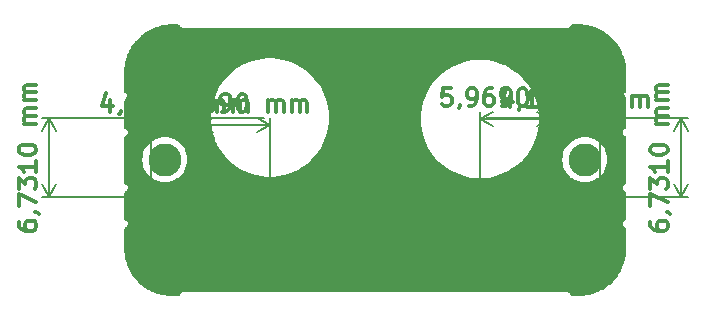
<source format=gbr>
%TF.GenerationSoftware,KiCad,Pcbnew,7.0.2*%
%TF.CreationDate,2023-05-24T14:07:00-03:00*%
%TF.ProjectId,Painel,5061696e-656c-42e6-9b69-6361645f7063,rev?*%
%TF.SameCoordinates,Original*%
%TF.FileFunction,Copper,L1,Top*%
%TF.FilePolarity,Positive*%
%FSLAX46Y46*%
G04 Gerber Fmt 4.6, Leading zero omitted, Abs format (unit mm)*
G04 Created by KiCad (PCBNEW 7.0.2) date 2023-05-24 14:07:00*
%MOMM*%
%LPD*%
G01*
G04 APERTURE LIST*
%ADD10C,0.300000*%
%TA.AperFunction,NonConductor*%
%ADD11C,0.300000*%
%TD*%
%TA.AperFunction,NonConductor*%
%ADD12C,0.200000*%
%TD*%
%TA.AperFunction,ViaPad*%
%ADD13C,2.800000*%
%TD*%
G04 APERTURE END LIST*
D10*
D11*
X154914399Y-98921028D02*
X154200113Y-98921028D01*
X154200113Y-98921028D02*
X154128685Y-99635314D01*
X154128685Y-99635314D02*
X154200113Y-99563885D01*
X154200113Y-99563885D02*
X154342971Y-99492457D01*
X154342971Y-99492457D02*
X154700113Y-99492457D01*
X154700113Y-99492457D02*
X154842971Y-99563885D01*
X154842971Y-99563885D02*
X154914399Y-99635314D01*
X154914399Y-99635314D02*
X154985828Y-99778171D01*
X154985828Y-99778171D02*
X154985828Y-100135314D01*
X154985828Y-100135314D02*
X154914399Y-100278171D01*
X154914399Y-100278171D02*
X154842971Y-100349600D01*
X154842971Y-100349600D02*
X154700113Y-100421028D01*
X154700113Y-100421028D02*
X154342971Y-100421028D01*
X154342971Y-100421028D02*
X154200113Y-100349600D01*
X154200113Y-100349600D02*
X154128685Y-100278171D01*
X155700113Y-100349600D02*
X155700113Y-100421028D01*
X155700113Y-100421028D02*
X155628684Y-100563885D01*
X155628684Y-100563885D02*
X155557256Y-100635314D01*
X156414399Y-100421028D02*
X156700113Y-100421028D01*
X156700113Y-100421028D02*
X156842970Y-100349600D01*
X156842970Y-100349600D02*
X156914399Y-100278171D01*
X156914399Y-100278171D02*
X157057256Y-100063885D01*
X157057256Y-100063885D02*
X157128685Y-99778171D01*
X157128685Y-99778171D02*
X157128685Y-99206742D01*
X157128685Y-99206742D02*
X157057256Y-99063885D01*
X157057256Y-99063885D02*
X156985828Y-98992457D01*
X156985828Y-98992457D02*
X156842970Y-98921028D01*
X156842970Y-98921028D02*
X156557256Y-98921028D01*
X156557256Y-98921028D02*
X156414399Y-98992457D01*
X156414399Y-98992457D02*
X156342970Y-99063885D01*
X156342970Y-99063885D02*
X156271542Y-99206742D01*
X156271542Y-99206742D02*
X156271542Y-99563885D01*
X156271542Y-99563885D02*
X156342970Y-99706742D01*
X156342970Y-99706742D02*
X156414399Y-99778171D01*
X156414399Y-99778171D02*
X156557256Y-99849600D01*
X156557256Y-99849600D02*
X156842970Y-99849600D01*
X156842970Y-99849600D02*
X156985828Y-99778171D01*
X156985828Y-99778171D02*
X157057256Y-99706742D01*
X157057256Y-99706742D02*
X157128685Y-99563885D01*
X158414399Y-98921028D02*
X158128684Y-98921028D01*
X158128684Y-98921028D02*
X157985827Y-98992457D01*
X157985827Y-98992457D02*
X157914399Y-99063885D01*
X157914399Y-99063885D02*
X157771541Y-99278171D01*
X157771541Y-99278171D02*
X157700113Y-99563885D01*
X157700113Y-99563885D02*
X157700113Y-100135314D01*
X157700113Y-100135314D02*
X157771541Y-100278171D01*
X157771541Y-100278171D02*
X157842970Y-100349600D01*
X157842970Y-100349600D02*
X157985827Y-100421028D01*
X157985827Y-100421028D02*
X158271541Y-100421028D01*
X158271541Y-100421028D02*
X158414399Y-100349600D01*
X158414399Y-100349600D02*
X158485827Y-100278171D01*
X158485827Y-100278171D02*
X158557256Y-100135314D01*
X158557256Y-100135314D02*
X158557256Y-99778171D01*
X158557256Y-99778171D02*
X158485827Y-99635314D01*
X158485827Y-99635314D02*
X158414399Y-99563885D01*
X158414399Y-99563885D02*
X158271541Y-99492457D01*
X158271541Y-99492457D02*
X157985827Y-99492457D01*
X157985827Y-99492457D02*
X157842970Y-99563885D01*
X157842970Y-99563885D02*
X157771541Y-99635314D01*
X157771541Y-99635314D02*
X157700113Y-99778171D01*
X159271541Y-100421028D02*
X159557255Y-100421028D01*
X159557255Y-100421028D02*
X159700112Y-100349600D01*
X159700112Y-100349600D02*
X159771541Y-100278171D01*
X159771541Y-100278171D02*
X159914398Y-100063885D01*
X159914398Y-100063885D02*
X159985827Y-99778171D01*
X159985827Y-99778171D02*
X159985827Y-99206742D01*
X159985827Y-99206742D02*
X159914398Y-99063885D01*
X159914398Y-99063885D02*
X159842970Y-98992457D01*
X159842970Y-98992457D02*
X159700112Y-98921028D01*
X159700112Y-98921028D02*
X159414398Y-98921028D01*
X159414398Y-98921028D02*
X159271541Y-98992457D01*
X159271541Y-98992457D02*
X159200112Y-99063885D01*
X159200112Y-99063885D02*
X159128684Y-99206742D01*
X159128684Y-99206742D02*
X159128684Y-99563885D01*
X159128684Y-99563885D02*
X159200112Y-99706742D01*
X159200112Y-99706742D02*
X159271541Y-99778171D01*
X159271541Y-99778171D02*
X159414398Y-99849600D01*
X159414398Y-99849600D02*
X159700112Y-99849600D01*
X159700112Y-99849600D02*
X159842970Y-99778171D01*
X159842970Y-99778171D02*
X159914398Y-99706742D01*
X159914398Y-99706742D02*
X159985827Y-99563885D01*
X160914398Y-98921028D02*
X161057255Y-98921028D01*
X161057255Y-98921028D02*
X161200112Y-98992457D01*
X161200112Y-98992457D02*
X161271541Y-99063885D01*
X161271541Y-99063885D02*
X161342969Y-99206742D01*
X161342969Y-99206742D02*
X161414398Y-99492457D01*
X161414398Y-99492457D02*
X161414398Y-99849600D01*
X161414398Y-99849600D02*
X161342969Y-100135314D01*
X161342969Y-100135314D02*
X161271541Y-100278171D01*
X161271541Y-100278171D02*
X161200112Y-100349600D01*
X161200112Y-100349600D02*
X161057255Y-100421028D01*
X161057255Y-100421028D02*
X160914398Y-100421028D01*
X160914398Y-100421028D02*
X160771541Y-100349600D01*
X160771541Y-100349600D02*
X160700112Y-100278171D01*
X160700112Y-100278171D02*
X160628683Y-100135314D01*
X160628683Y-100135314D02*
X160557255Y-99849600D01*
X160557255Y-99849600D02*
X160557255Y-99492457D01*
X160557255Y-99492457D02*
X160628683Y-99206742D01*
X160628683Y-99206742D02*
X160700112Y-99063885D01*
X160700112Y-99063885D02*
X160771541Y-98992457D01*
X160771541Y-98992457D02*
X160914398Y-98921028D01*
X163200111Y-100421028D02*
X163200111Y-99421028D01*
X163200111Y-99563885D02*
X163271540Y-99492457D01*
X163271540Y-99492457D02*
X163414397Y-99421028D01*
X163414397Y-99421028D02*
X163628683Y-99421028D01*
X163628683Y-99421028D02*
X163771540Y-99492457D01*
X163771540Y-99492457D02*
X163842969Y-99635314D01*
X163842969Y-99635314D02*
X163842969Y-100421028D01*
X163842969Y-99635314D02*
X163914397Y-99492457D01*
X163914397Y-99492457D02*
X164057254Y-99421028D01*
X164057254Y-99421028D02*
X164271540Y-99421028D01*
X164271540Y-99421028D02*
X164414397Y-99492457D01*
X164414397Y-99492457D02*
X164485826Y-99635314D01*
X164485826Y-99635314D02*
X164485826Y-100421028D01*
X165200111Y-100421028D02*
X165200111Y-99421028D01*
X165200111Y-99563885D02*
X165271540Y-99492457D01*
X165271540Y-99492457D02*
X165414397Y-99421028D01*
X165414397Y-99421028D02*
X165628683Y-99421028D01*
X165628683Y-99421028D02*
X165771540Y-99492457D01*
X165771540Y-99492457D02*
X165842969Y-99635314D01*
X165842969Y-99635314D02*
X165842969Y-100421028D01*
X165842969Y-99635314D02*
X165914397Y-99492457D01*
X165914397Y-99492457D02*
X166057254Y-99421028D01*
X166057254Y-99421028D02*
X166271540Y-99421028D01*
X166271540Y-99421028D02*
X166414397Y-99492457D01*
X166414397Y-99492457D02*
X166485826Y-99635314D01*
X166485826Y-99635314D02*
X166485826Y-100421028D01*
D12*
X163327470Y-107631100D02*
X163327470Y-100940680D01*
X157358470Y-107631100D02*
X157358470Y-100940680D01*
X163327470Y-101527100D02*
X157358470Y-101527100D01*
X163327470Y-101527100D02*
X157358470Y-101527100D01*
X163327470Y-101527100D02*
X162200966Y-102113521D01*
X163327470Y-101527100D02*
X162200966Y-100940679D01*
X157358470Y-101527100D02*
X158484974Y-100940679D01*
X157358470Y-101527100D02*
X158484974Y-102113521D01*
D10*
D11*
X131165399Y-99429028D02*
X130451113Y-99429028D01*
X130451113Y-99429028D02*
X130379685Y-100143314D01*
X130379685Y-100143314D02*
X130451113Y-100071885D01*
X130451113Y-100071885D02*
X130593971Y-100000457D01*
X130593971Y-100000457D02*
X130951113Y-100000457D01*
X130951113Y-100000457D02*
X131093971Y-100071885D01*
X131093971Y-100071885D02*
X131165399Y-100143314D01*
X131165399Y-100143314D02*
X131236828Y-100286171D01*
X131236828Y-100286171D02*
X131236828Y-100643314D01*
X131236828Y-100643314D02*
X131165399Y-100786171D01*
X131165399Y-100786171D02*
X131093971Y-100857600D01*
X131093971Y-100857600D02*
X130951113Y-100929028D01*
X130951113Y-100929028D02*
X130593971Y-100929028D01*
X130593971Y-100929028D02*
X130451113Y-100857600D01*
X130451113Y-100857600D02*
X130379685Y-100786171D01*
X131951113Y-100857600D02*
X131951113Y-100929028D01*
X131951113Y-100929028D02*
X131879684Y-101071885D01*
X131879684Y-101071885D02*
X131808256Y-101143314D01*
X132665399Y-100929028D02*
X132951113Y-100929028D01*
X132951113Y-100929028D02*
X133093970Y-100857600D01*
X133093970Y-100857600D02*
X133165399Y-100786171D01*
X133165399Y-100786171D02*
X133308256Y-100571885D01*
X133308256Y-100571885D02*
X133379685Y-100286171D01*
X133379685Y-100286171D02*
X133379685Y-99714742D01*
X133379685Y-99714742D02*
X133308256Y-99571885D01*
X133308256Y-99571885D02*
X133236828Y-99500457D01*
X133236828Y-99500457D02*
X133093970Y-99429028D01*
X133093970Y-99429028D02*
X132808256Y-99429028D01*
X132808256Y-99429028D02*
X132665399Y-99500457D01*
X132665399Y-99500457D02*
X132593970Y-99571885D01*
X132593970Y-99571885D02*
X132522542Y-99714742D01*
X132522542Y-99714742D02*
X132522542Y-100071885D01*
X132522542Y-100071885D02*
X132593970Y-100214742D01*
X132593970Y-100214742D02*
X132665399Y-100286171D01*
X132665399Y-100286171D02*
X132808256Y-100357600D01*
X132808256Y-100357600D02*
X133093970Y-100357600D01*
X133093970Y-100357600D02*
X133236828Y-100286171D01*
X133236828Y-100286171D02*
X133308256Y-100214742D01*
X133308256Y-100214742D02*
X133379685Y-100071885D01*
X134665399Y-99429028D02*
X134379684Y-99429028D01*
X134379684Y-99429028D02*
X134236827Y-99500457D01*
X134236827Y-99500457D02*
X134165399Y-99571885D01*
X134165399Y-99571885D02*
X134022541Y-99786171D01*
X134022541Y-99786171D02*
X133951113Y-100071885D01*
X133951113Y-100071885D02*
X133951113Y-100643314D01*
X133951113Y-100643314D02*
X134022541Y-100786171D01*
X134022541Y-100786171D02*
X134093970Y-100857600D01*
X134093970Y-100857600D02*
X134236827Y-100929028D01*
X134236827Y-100929028D02*
X134522541Y-100929028D01*
X134522541Y-100929028D02*
X134665399Y-100857600D01*
X134665399Y-100857600D02*
X134736827Y-100786171D01*
X134736827Y-100786171D02*
X134808256Y-100643314D01*
X134808256Y-100643314D02*
X134808256Y-100286171D01*
X134808256Y-100286171D02*
X134736827Y-100143314D01*
X134736827Y-100143314D02*
X134665399Y-100071885D01*
X134665399Y-100071885D02*
X134522541Y-100000457D01*
X134522541Y-100000457D02*
X134236827Y-100000457D01*
X134236827Y-100000457D02*
X134093970Y-100071885D01*
X134093970Y-100071885D02*
X134022541Y-100143314D01*
X134022541Y-100143314D02*
X133951113Y-100286171D01*
X135522541Y-100929028D02*
X135808255Y-100929028D01*
X135808255Y-100929028D02*
X135951112Y-100857600D01*
X135951112Y-100857600D02*
X136022541Y-100786171D01*
X136022541Y-100786171D02*
X136165398Y-100571885D01*
X136165398Y-100571885D02*
X136236827Y-100286171D01*
X136236827Y-100286171D02*
X136236827Y-99714742D01*
X136236827Y-99714742D02*
X136165398Y-99571885D01*
X136165398Y-99571885D02*
X136093970Y-99500457D01*
X136093970Y-99500457D02*
X135951112Y-99429028D01*
X135951112Y-99429028D02*
X135665398Y-99429028D01*
X135665398Y-99429028D02*
X135522541Y-99500457D01*
X135522541Y-99500457D02*
X135451112Y-99571885D01*
X135451112Y-99571885D02*
X135379684Y-99714742D01*
X135379684Y-99714742D02*
X135379684Y-100071885D01*
X135379684Y-100071885D02*
X135451112Y-100214742D01*
X135451112Y-100214742D02*
X135522541Y-100286171D01*
X135522541Y-100286171D02*
X135665398Y-100357600D01*
X135665398Y-100357600D02*
X135951112Y-100357600D01*
X135951112Y-100357600D02*
X136093970Y-100286171D01*
X136093970Y-100286171D02*
X136165398Y-100214742D01*
X136165398Y-100214742D02*
X136236827Y-100071885D01*
X137165398Y-99429028D02*
X137308255Y-99429028D01*
X137308255Y-99429028D02*
X137451112Y-99500457D01*
X137451112Y-99500457D02*
X137522541Y-99571885D01*
X137522541Y-99571885D02*
X137593969Y-99714742D01*
X137593969Y-99714742D02*
X137665398Y-100000457D01*
X137665398Y-100000457D02*
X137665398Y-100357600D01*
X137665398Y-100357600D02*
X137593969Y-100643314D01*
X137593969Y-100643314D02*
X137522541Y-100786171D01*
X137522541Y-100786171D02*
X137451112Y-100857600D01*
X137451112Y-100857600D02*
X137308255Y-100929028D01*
X137308255Y-100929028D02*
X137165398Y-100929028D01*
X137165398Y-100929028D02*
X137022541Y-100857600D01*
X137022541Y-100857600D02*
X136951112Y-100786171D01*
X136951112Y-100786171D02*
X136879683Y-100643314D01*
X136879683Y-100643314D02*
X136808255Y-100357600D01*
X136808255Y-100357600D02*
X136808255Y-100000457D01*
X136808255Y-100000457D02*
X136879683Y-99714742D01*
X136879683Y-99714742D02*
X136951112Y-99571885D01*
X136951112Y-99571885D02*
X137022541Y-99500457D01*
X137022541Y-99500457D02*
X137165398Y-99429028D01*
X139451111Y-100929028D02*
X139451111Y-99929028D01*
X139451111Y-100071885D02*
X139522540Y-100000457D01*
X139522540Y-100000457D02*
X139665397Y-99929028D01*
X139665397Y-99929028D02*
X139879683Y-99929028D01*
X139879683Y-99929028D02*
X140022540Y-100000457D01*
X140022540Y-100000457D02*
X140093969Y-100143314D01*
X140093969Y-100143314D02*
X140093969Y-100929028D01*
X140093969Y-100143314D02*
X140165397Y-100000457D01*
X140165397Y-100000457D02*
X140308254Y-99929028D01*
X140308254Y-99929028D02*
X140522540Y-99929028D01*
X140522540Y-99929028D02*
X140665397Y-100000457D01*
X140665397Y-100000457D02*
X140736826Y-100143314D01*
X140736826Y-100143314D02*
X140736826Y-100929028D01*
X141451111Y-100929028D02*
X141451111Y-99929028D01*
X141451111Y-100071885D02*
X141522540Y-100000457D01*
X141522540Y-100000457D02*
X141665397Y-99929028D01*
X141665397Y-99929028D02*
X141879683Y-99929028D01*
X141879683Y-99929028D02*
X142022540Y-100000457D01*
X142022540Y-100000457D02*
X142093969Y-100143314D01*
X142093969Y-100143314D02*
X142093969Y-100929028D01*
X142093969Y-100143314D02*
X142165397Y-100000457D01*
X142165397Y-100000457D02*
X142308254Y-99929028D01*
X142308254Y-99929028D02*
X142522540Y-99929028D01*
X142522540Y-99929028D02*
X142665397Y-100000457D01*
X142665397Y-100000457D02*
X142736826Y-100143314D01*
X142736826Y-100143314D02*
X142736826Y-100929028D01*
D12*
X133609470Y-107631100D02*
X133609470Y-101448680D01*
X139578470Y-107631100D02*
X139578470Y-101448680D01*
X133609470Y-102035100D02*
X139578470Y-102035100D01*
X133609470Y-102035100D02*
X139578470Y-102035100D01*
X133609470Y-102035100D02*
X134735974Y-101448679D01*
X133609470Y-102035100D02*
X134735974Y-102621521D01*
X139578470Y-102035100D02*
X138451966Y-102621521D01*
X139578470Y-102035100D02*
X138451966Y-101448679D01*
D10*
D11*
X126077471Y-99929028D02*
X126077471Y-100929028D01*
X125720328Y-99357600D02*
X125363185Y-100429028D01*
X125363185Y-100429028D02*
X126291756Y-100429028D01*
X126934613Y-100857600D02*
X126934613Y-100929028D01*
X126934613Y-100929028D02*
X126863184Y-101071885D01*
X126863184Y-101071885D02*
X126791756Y-101143314D01*
X127863185Y-99429028D02*
X128006042Y-99429028D01*
X128006042Y-99429028D02*
X128148899Y-99500457D01*
X128148899Y-99500457D02*
X128220328Y-99571885D01*
X128220328Y-99571885D02*
X128291756Y-99714742D01*
X128291756Y-99714742D02*
X128363185Y-100000457D01*
X128363185Y-100000457D02*
X128363185Y-100357600D01*
X128363185Y-100357600D02*
X128291756Y-100643314D01*
X128291756Y-100643314D02*
X128220328Y-100786171D01*
X128220328Y-100786171D02*
X128148899Y-100857600D01*
X128148899Y-100857600D02*
X128006042Y-100929028D01*
X128006042Y-100929028D02*
X127863185Y-100929028D01*
X127863185Y-100929028D02*
X127720328Y-100857600D01*
X127720328Y-100857600D02*
X127648899Y-100786171D01*
X127648899Y-100786171D02*
X127577470Y-100643314D01*
X127577470Y-100643314D02*
X127506042Y-100357600D01*
X127506042Y-100357600D02*
X127506042Y-100000457D01*
X127506042Y-100000457D02*
X127577470Y-99714742D01*
X127577470Y-99714742D02*
X127648899Y-99571885D01*
X127648899Y-99571885D02*
X127720328Y-99500457D01*
X127720328Y-99500457D02*
X127863185Y-99429028D01*
X129648899Y-99429028D02*
X129363184Y-99429028D01*
X129363184Y-99429028D02*
X129220327Y-99500457D01*
X129220327Y-99500457D02*
X129148899Y-99571885D01*
X129148899Y-99571885D02*
X129006041Y-99786171D01*
X129006041Y-99786171D02*
X128934613Y-100071885D01*
X128934613Y-100071885D02*
X128934613Y-100643314D01*
X128934613Y-100643314D02*
X129006041Y-100786171D01*
X129006041Y-100786171D02*
X129077470Y-100857600D01*
X129077470Y-100857600D02*
X129220327Y-100929028D01*
X129220327Y-100929028D02*
X129506041Y-100929028D01*
X129506041Y-100929028D02*
X129648899Y-100857600D01*
X129648899Y-100857600D02*
X129720327Y-100786171D01*
X129720327Y-100786171D02*
X129791756Y-100643314D01*
X129791756Y-100643314D02*
X129791756Y-100286171D01*
X129791756Y-100286171D02*
X129720327Y-100143314D01*
X129720327Y-100143314D02*
X129648899Y-100071885D01*
X129648899Y-100071885D02*
X129506041Y-100000457D01*
X129506041Y-100000457D02*
X129220327Y-100000457D01*
X129220327Y-100000457D02*
X129077470Y-100071885D01*
X129077470Y-100071885D02*
X129006041Y-100143314D01*
X129006041Y-100143314D02*
X128934613Y-100286171D01*
X131077470Y-99929028D02*
X131077470Y-100929028D01*
X130720327Y-99357600D02*
X130363184Y-100429028D01*
X130363184Y-100429028D02*
X131291755Y-100429028D01*
X132148898Y-99429028D02*
X132291755Y-99429028D01*
X132291755Y-99429028D02*
X132434612Y-99500457D01*
X132434612Y-99500457D02*
X132506041Y-99571885D01*
X132506041Y-99571885D02*
X132577469Y-99714742D01*
X132577469Y-99714742D02*
X132648898Y-100000457D01*
X132648898Y-100000457D02*
X132648898Y-100357600D01*
X132648898Y-100357600D02*
X132577469Y-100643314D01*
X132577469Y-100643314D02*
X132506041Y-100786171D01*
X132506041Y-100786171D02*
X132434612Y-100857600D01*
X132434612Y-100857600D02*
X132291755Y-100929028D01*
X132291755Y-100929028D02*
X132148898Y-100929028D01*
X132148898Y-100929028D02*
X132006041Y-100857600D01*
X132006041Y-100857600D02*
X131934612Y-100786171D01*
X131934612Y-100786171D02*
X131863183Y-100643314D01*
X131863183Y-100643314D02*
X131791755Y-100357600D01*
X131791755Y-100357600D02*
X131791755Y-100000457D01*
X131791755Y-100000457D02*
X131863183Y-99714742D01*
X131863183Y-99714742D02*
X131934612Y-99571885D01*
X131934612Y-99571885D02*
X132006041Y-99500457D01*
X132006041Y-99500457D02*
X132148898Y-99429028D01*
X134434611Y-100929028D02*
X134434611Y-99929028D01*
X134434611Y-100071885D02*
X134506040Y-100000457D01*
X134506040Y-100000457D02*
X134648897Y-99929028D01*
X134648897Y-99929028D02*
X134863183Y-99929028D01*
X134863183Y-99929028D02*
X135006040Y-100000457D01*
X135006040Y-100000457D02*
X135077469Y-100143314D01*
X135077469Y-100143314D02*
X135077469Y-100929028D01*
X135077469Y-100143314D02*
X135148897Y-100000457D01*
X135148897Y-100000457D02*
X135291754Y-99929028D01*
X135291754Y-99929028D02*
X135506040Y-99929028D01*
X135506040Y-99929028D02*
X135648897Y-100000457D01*
X135648897Y-100000457D02*
X135720326Y-100143314D01*
X135720326Y-100143314D02*
X135720326Y-100929028D01*
X136434611Y-100929028D02*
X136434611Y-99929028D01*
X136434611Y-100071885D02*
X136506040Y-100000457D01*
X136506040Y-100000457D02*
X136648897Y-99929028D01*
X136648897Y-99929028D02*
X136863183Y-99929028D01*
X136863183Y-99929028D02*
X137006040Y-100000457D01*
X137006040Y-100000457D02*
X137077469Y-100143314D01*
X137077469Y-100143314D02*
X137077469Y-100929028D01*
X137077469Y-100143314D02*
X137148897Y-100000457D01*
X137148897Y-100000457D02*
X137291754Y-99929028D01*
X137291754Y-99929028D02*
X137506040Y-99929028D01*
X137506040Y-99929028D02*
X137648897Y-100000457D01*
X137648897Y-100000457D02*
X137720326Y-100143314D01*
X137720326Y-100143314D02*
X137720326Y-100929028D01*
D12*
X129545470Y-107631100D02*
X129545470Y-101448680D01*
X133609470Y-107631100D02*
X133609470Y-101448680D01*
X129545470Y-102035100D02*
X133609470Y-102035100D01*
X129545470Y-102035100D02*
X133609470Y-102035100D01*
X129545470Y-102035100D02*
X130671974Y-101448679D01*
X129545470Y-102035100D02*
X130671974Y-102621521D01*
X133609470Y-102035100D02*
X132482966Y-102621521D01*
X133609470Y-102035100D02*
X132482966Y-101448679D01*
D10*
D11*
X171770398Y-110265599D02*
X171770398Y-110551313D01*
X171770398Y-110551313D02*
X171841827Y-110694170D01*
X171841827Y-110694170D02*
X171913255Y-110765599D01*
X171913255Y-110765599D02*
X172127541Y-110908456D01*
X172127541Y-110908456D02*
X172413255Y-110979884D01*
X172413255Y-110979884D02*
X172984684Y-110979884D01*
X172984684Y-110979884D02*
X173127541Y-110908456D01*
X173127541Y-110908456D02*
X173198970Y-110837027D01*
X173198970Y-110837027D02*
X173270398Y-110694170D01*
X173270398Y-110694170D02*
X173270398Y-110408456D01*
X173270398Y-110408456D02*
X173198970Y-110265599D01*
X173198970Y-110265599D02*
X173127541Y-110194170D01*
X173127541Y-110194170D02*
X172984684Y-110122741D01*
X172984684Y-110122741D02*
X172627541Y-110122741D01*
X172627541Y-110122741D02*
X172484684Y-110194170D01*
X172484684Y-110194170D02*
X172413255Y-110265599D01*
X172413255Y-110265599D02*
X172341827Y-110408456D01*
X172341827Y-110408456D02*
X172341827Y-110694170D01*
X172341827Y-110694170D02*
X172413255Y-110837027D01*
X172413255Y-110837027D02*
X172484684Y-110908456D01*
X172484684Y-110908456D02*
X172627541Y-110979884D01*
X173198970Y-109408456D02*
X173270398Y-109408456D01*
X173270398Y-109408456D02*
X173413255Y-109479885D01*
X173413255Y-109479885D02*
X173484684Y-109551313D01*
X171770398Y-108908456D02*
X171770398Y-107908456D01*
X171770398Y-107908456D02*
X173270398Y-108551313D01*
X171770398Y-107479885D02*
X171770398Y-106551313D01*
X171770398Y-106551313D02*
X172341827Y-107051313D01*
X172341827Y-107051313D02*
X172341827Y-106837028D01*
X172341827Y-106837028D02*
X172413255Y-106694171D01*
X172413255Y-106694171D02*
X172484684Y-106622742D01*
X172484684Y-106622742D02*
X172627541Y-106551313D01*
X172627541Y-106551313D02*
X172984684Y-106551313D01*
X172984684Y-106551313D02*
X173127541Y-106622742D01*
X173127541Y-106622742D02*
X173198970Y-106694171D01*
X173198970Y-106694171D02*
X173270398Y-106837028D01*
X173270398Y-106837028D02*
X173270398Y-107265599D01*
X173270398Y-107265599D02*
X173198970Y-107408456D01*
X173198970Y-107408456D02*
X173127541Y-107479885D01*
X173270398Y-105122742D02*
X173270398Y-105979885D01*
X173270398Y-105551314D02*
X171770398Y-105551314D01*
X171770398Y-105551314D02*
X171984684Y-105694171D01*
X171984684Y-105694171D02*
X172127541Y-105837028D01*
X172127541Y-105837028D02*
X172198970Y-105979885D01*
X171770398Y-104194171D02*
X171770398Y-104051314D01*
X171770398Y-104051314D02*
X171841827Y-103908457D01*
X171841827Y-103908457D02*
X171913255Y-103837029D01*
X171913255Y-103837029D02*
X172056112Y-103765600D01*
X172056112Y-103765600D02*
X172341827Y-103694171D01*
X172341827Y-103694171D02*
X172698970Y-103694171D01*
X172698970Y-103694171D02*
X172984684Y-103765600D01*
X172984684Y-103765600D02*
X173127541Y-103837029D01*
X173127541Y-103837029D02*
X173198970Y-103908457D01*
X173198970Y-103908457D02*
X173270398Y-104051314D01*
X173270398Y-104051314D02*
X173270398Y-104194171D01*
X173270398Y-104194171D02*
X173198970Y-104337029D01*
X173198970Y-104337029D02*
X173127541Y-104408457D01*
X173127541Y-104408457D02*
X172984684Y-104479886D01*
X172984684Y-104479886D02*
X172698970Y-104551314D01*
X172698970Y-104551314D02*
X172341827Y-104551314D01*
X172341827Y-104551314D02*
X172056112Y-104479886D01*
X172056112Y-104479886D02*
X171913255Y-104408457D01*
X171913255Y-104408457D02*
X171841827Y-104337029D01*
X171841827Y-104337029D02*
X171770398Y-104194171D01*
X173270398Y-101908458D02*
X172270398Y-101908458D01*
X172413255Y-101908458D02*
X172341827Y-101837029D01*
X172341827Y-101837029D02*
X172270398Y-101694172D01*
X172270398Y-101694172D02*
X172270398Y-101479886D01*
X172270398Y-101479886D02*
X172341827Y-101337029D01*
X172341827Y-101337029D02*
X172484684Y-101265601D01*
X172484684Y-101265601D02*
X173270398Y-101265601D01*
X172484684Y-101265601D02*
X172341827Y-101194172D01*
X172341827Y-101194172D02*
X172270398Y-101051315D01*
X172270398Y-101051315D02*
X172270398Y-100837029D01*
X172270398Y-100837029D02*
X172341827Y-100694172D01*
X172341827Y-100694172D02*
X172484684Y-100622743D01*
X172484684Y-100622743D02*
X173270398Y-100622743D01*
X173270398Y-99908458D02*
X172270398Y-99908458D01*
X172413255Y-99908458D02*
X172341827Y-99837029D01*
X172341827Y-99837029D02*
X172270398Y-99694172D01*
X172270398Y-99694172D02*
X172270398Y-99479886D01*
X172270398Y-99479886D02*
X172341827Y-99337029D01*
X172341827Y-99337029D02*
X172484684Y-99265601D01*
X172484684Y-99265601D02*
X173270398Y-99265601D01*
X172484684Y-99265601D02*
X172341827Y-99194172D01*
X172341827Y-99194172D02*
X172270398Y-99051315D01*
X172270398Y-99051315D02*
X172270398Y-98837029D01*
X172270398Y-98837029D02*
X172341827Y-98694172D01*
X172341827Y-98694172D02*
X172484684Y-98622743D01*
X172484684Y-98622743D02*
X173270398Y-98622743D01*
D12*
X157858470Y-108131100D02*
X174962890Y-108131100D01*
X157858470Y-101400100D02*
X174962890Y-101400100D01*
X174376470Y-108131100D02*
X174376470Y-101400100D01*
X174376470Y-108131100D02*
X174376470Y-101400100D01*
X174376470Y-108131100D02*
X173790049Y-107004596D01*
X174376470Y-108131100D02*
X174962891Y-107004596D01*
X174376470Y-101400100D02*
X174962891Y-102526604D01*
X174376470Y-101400100D02*
X173790049Y-102526604D01*
D10*
D11*
X159922971Y-99548028D02*
X159922971Y-100548028D01*
X159565828Y-98976600D02*
X159208685Y-100048028D01*
X159208685Y-100048028D02*
X160137256Y-100048028D01*
X160780113Y-100476600D02*
X160780113Y-100548028D01*
X160780113Y-100548028D02*
X160708684Y-100690885D01*
X160708684Y-100690885D02*
X160637256Y-100762314D01*
X162208685Y-100548028D02*
X161351542Y-100548028D01*
X161780113Y-100548028D02*
X161780113Y-99048028D01*
X161780113Y-99048028D02*
X161637256Y-99262314D01*
X161637256Y-99262314D02*
X161494399Y-99405171D01*
X161494399Y-99405171D02*
X161351542Y-99476600D01*
X162922970Y-100548028D02*
X163208684Y-100548028D01*
X163208684Y-100548028D02*
X163351541Y-100476600D01*
X163351541Y-100476600D02*
X163422970Y-100405171D01*
X163422970Y-100405171D02*
X163565827Y-100190885D01*
X163565827Y-100190885D02*
X163637256Y-99905171D01*
X163637256Y-99905171D02*
X163637256Y-99333742D01*
X163637256Y-99333742D02*
X163565827Y-99190885D01*
X163565827Y-99190885D02*
X163494399Y-99119457D01*
X163494399Y-99119457D02*
X163351541Y-99048028D01*
X163351541Y-99048028D02*
X163065827Y-99048028D01*
X163065827Y-99048028D02*
X162922970Y-99119457D01*
X162922970Y-99119457D02*
X162851541Y-99190885D01*
X162851541Y-99190885D02*
X162780113Y-99333742D01*
X162780113Y-99333742D02*
X162780113Y-99690885D01*
X162780113Y-99690885D02*
X162851541Y-99833742D01*
X162851541Y-99833742D02*
X162922970Y-99905171D01*
X162922970Y-99905171D02*
X163065827Y-99976600D01*
X163065827Y-99976600D02*
X163351541Y-99976600D01*
X163351541Y-99976600D02*
X163494399Y-99905171D01*
X163494399Y-99905171D02*
X163565827Y-99833742D01*
X163565827Y-99833742D02*
X163637256Y-99690885D01*
X165065827Y-100548028D02*
X164208684Y-100548028D01*
X164637255Y-100548028D02*
X164637255Y-99048028D01*
X164637255Y-99048028D02*
X164494398Y-99262314D01*
X164494398Y-99262314D02*
X164351541Y-99405171D01*
X164351541Y-99405171D02*
X164208684Y-99476600D01*
X165994398Y-99048028D02*
X166137255Y-99048028D01*
X166137255Y-99048028D02*
X166280112Y-99119457D01*
X166280112Y-99119457D02*
X166351541Y-99190885D01*
X166351541Y-99190885D02*
X166422969Y-99333742D01*
X166422969Y-99333742D02*
X166494398Y-99619457D01*
X166494398Y-99619457D02*
X166494398Y-99976600D01*
X166494398Y-99976600D02*
X166422969Y-100262314D01*
X166422969Y-100262314D02*
X166351541Y-100405171D01*
X166351541Y-100405171D02*
X166280112Y-100476600D01*
X166280112Y-100476600D02*
X166137255Y-100548028D01*
X166137255Y-100548028D02*
X165994398Y-100548028D01*
X165994398Y-100548028D02*
X165851541Y-100476600D01*
X165851541Y-100476600D02*
X165780112Y-100405171D01*
X165780112Y-100405171D02*
X165708683Y-100262314D01*
X165708683Y-100262314D02*
X165637255Y-99976600D01*
X165637255Y-99976600D02*
X165637255Y-99619457D01*
X165637255Y-99619457D02*
X165708683Y-99333742D01*
X165708683Y-99333742D02*
X165780112Y-99190885D01*
X165780112Y-99190885D02*
X165851541Y-99119457D01*
X165851541Y-99119457D02*
X165994398Y-99048028D01*
X168280111Y-100548028D02*
X168280111Y-99548028D01*
X168280111Y-99690885D02*
X168351540Y-99619457D01*
X168351540Y-99619457D02*
X168494397Y-99548028D01*
X168494397Y-99548028D02*
X168708683Y-99548028D01*
X168708683Y-99548028D02*
X168851540Y-99619457D01*
X168851540Y-99619457D02*
X168922969Y-99762314D01*
X168922969Y-99762314D02*
X168922969Y-100548028D01*
X168922969Y-99762314D02*
X168994397Y-99619457D01*
X168994397Y-99619457D02*
X169137254Y-99548028D01*
X169137254Y-99548028D02*
X169351540Y-99548028D01*
X169351540Y-99548028D02*
X169494397Y-99619457D01*
X169494397Y-99619457D02*
X169565826Y-99762314D01*
X169565826Y-99762314D02*
X169565826Y-100548028D01*
X170280111Y-100548028D02*
X170280111Y-99548028D01*
X170280111Y-99690885D02*
X170351540Y-99619457D01*
X170351540Y-99619457D02*
X170494397Y-99548028D01*
X170494397Y-99548028D02*
X170708683Y-99548028D01*
X170708683Y-99548028D02*
X170851540Y-99619457D01*
X170851540Y-99619457D02*
X170922969Y-99762314D01*
X170922969Y-99762314D02*
X170922969Y-100548028D01*
X170922969Y-99762314D02*
X170994397Y-99619457D01*
X170994397Y-99619457D02*
X171137254Y-99548028D01*
X171137254Y-99548028D02*
X171351540Y-99548028D01*
X171351540Y-99548028D02*
X171494397Y-99619457D01*
X171494397Y-99619457D02*
X171565826Y-99762314D01*
X171565826Y-99762314D02*
X171565826Y-100548028D01*
D12*
X167518470Y-107631100D02*
X167518470Y-101067680D01*
X163327470Y-107631100D02*
X163327470Y-101067680D01*
X167518470Y-101654100D02*
X163327470Y-101654100D01*
X167518470Y-101654100D02*
X163327470Y-101654100D01*
X167518470Y-101654100D02*
X166391966Y-102240521D01*
X167518470Y-101654100D02*
X166391966Y-101067679D01*
X163327470Y-101654100D02*
X164453974Y-101067679D01*
X163327470Y-101654100D02*
X164453974Y-102240521D01*
D10*
D11*
X118303398Y-110265599D02*
X118303398Y-110551313D01*
X118303398Y-110551313D02*
X118374827Y-110694170D01*
X118374827Y-110694170D02*
X118446255Y-110765599D01*
X118446255Y-110765599D02*
X118660541Y-110908456D01*
X118660541Y-110908456D02*
X118946255Y-110979884D01*
X118946255Y-110979884D02*
X119517684Y-110979884D01*
X119517684Y-110979884D02*
X119660541Y-110908456D01*
X119660541Y-110908456D02*
X119731970Y-110837027D01*
X119731970Y-110837027D02*
X119803398Y-110694170D01*
X119803398Y-110694170D02*
X119803398Y-110408456D01*
X119803398Y-110408456D02*
X119731970Y-110265599D01*
X119731970Y-110265599D02*
X119660541Y-110194170D01*
X119660541Y-110194170D02*
X119517684Y-110122741D01*
X119517684Y-110122741D02*
X119160541Y-110122741D01*
X119160541Y-110122741D02*
X119017684Y-110194170D01*
X119017684Y-110194170D02*
X118946255Y-110265599D01*
X118946255Y-110265599D02*
X118874827Y-110408456D01*
X118874827Y-110408456D02*
X118874827Y-110694170D01*
X118874827Y-110694170D02*
X118946255Y-110837027D01*
X118946255Y-110837027D02*
X119017684Y-110908456D01*
X119017684Y-110908456D02*
X119160541Y-110979884D01*
X119731970Y-109408456D02*
X119803398Y-109408456D01*
X119803398Y-109408456D02*
X119946255Y-109479885D01*
X119946255Y-109479885D02*
X120017684Y-109551313D01*
X118303398Y-108908456D02*
X118303398Y-107908456D01*
X118303398Y-107908456D02*
X119803398Y-108551313D01*
X118303398Y-107479885D02*
X118303398Y-106551313D01*
X118303398Y-106551313D02*
X118874827Y-107051313D01*
X118874827Y-107051313D02*
X118874827Y-106837028D01*
X118874827Y-106837028D02*
X118946255Y-106694171D01*
X118946255Y-106694171D02*
X119017684Y-106622742D01*
X119017684Y-106622742D02*
X119160541Y-106551313D01*
X119160541Y-106551313D02*
X119517684Y-106551313D01*
X119517684Y-106551313D02*
X119660541Y-106622742D01*
X119660541Y-106622742D02*
X119731970Y-106694171D01*
X119731970Y-106694171D02*
X119803398Y-106837028D01*
X119803398Y-106837028D02*
X119803398Y-107265599D01*
X119803398Y-107265599D02*
X119731970Y-107408456D01*
X119731970Y-107408456D02*
X119660541Y-107479885D01*
X119803398Y-105122742D02*
X119803398Y-105979885D01*
X119803398Y-105551314D02*
X118303398Y-105551314D01*
X118303398Y-105551314D02*
X118517684Y-105694171D01*
X118517684Y-105694171D02*
X118660541Y-105837028D01*
X118660541Y-105837028D02*
X118731970Y-105979885D01*
X118303398Y-104194171D02*
X118303398Y-104051314D01*
X118303398Y-104051314D02*
X118374827Y-103908457D01*
X118374827Y-103908457D02*
X118446255Y-103837029D01*
X118446255Y-103837029D02*
X118589112Y-103765600D01*
X118589112Y-103765600D02*
X118874827Y-103694171D01*
X118874827Y-103694171D02*
X119231970Y-103694171D01*
X119231970Y-103694171D02*
X119517684Y-103765600D01*
X119517684Y-103765600D02*
X119660541Y-103837029D01*
X119660541Y-103837029D02*
X119731970Y-103908457D01*
X119731970Y-103908457D02*
X119803398Y-104051314D01*
X119803398Y-104051314D02*
X119803398Y-104194171D01*
X119803398Y-104194171D02*
X119731970Y-104337029D01*
X119731970Y-104337029D02*
X119660541Y-104408457D01*
X119660541Y-104408457D02*
X119517684Y-104479886D01*
X119517684Y-104479886D02*
X119231970Y-104551314D01*
X119231970Y-104551314D02*
X118874827Y-104551314D01*
X118874827Y-104551314D02*
X118589112Y-104479886D01*
X118589112Y-104479886D02*
X118446255Y-104408457D01*
X118446255Y-104408457D02*
X118374827Y-104337029D01*
X118374827Y-104337029D02*
X118303398Y-104194171D01*
X119803398Y-101908458D02*
X118803398Y-101908458D01*
X118946255Y-101908458D02*
X118874827Y-101837029D01*
X118874827Y-101837029D02*
X118803398Y-101694172D01*
X118803398Y-101694172D02*
X118803398Y-101479886D01*
X118803398Y-101479886D02*
X118874827Y-101337029D01*
X118874827Y-101337029D02*
X119017684Y-101265601D01*
X119017684Y-101265601D02*
X119803398Y-101265601D01*
X119017684Y-101265601D02*
X118874827Y-101194172D01*
X118874827Y-101194172D02*
X118803398Y-101051315D01*
X118803398Y-101051315D02*
X118803398Y-100837029D01*
X118803398Y-100837029D02*
X118874827Y-100694172D01*
X118874827Y-100694172D02*
X119017684Y-100622743D01*
X119017684Y-100622743D02*
X119803398Y-100622743D01*
X119803398Y-99908458D02*
X118803398Y-99908458D01*
X118946255Y-99908458D02*
X118874827Y-99837029D01*
X118874827Y-99837029D02*
X118803398Y-99694172D01*
X118803398Y-99694172D02*
X118803398Y-99479886D01*
X118803398Y-99479886D02*
X118874827Y-99337029D01*
X118874827Y-99337029D02*
X119017684Y-99265601D01*
X119017684Y-99265601D02*
X119803398Y-99265601D01*
X119017684Y-99265601D02*
X118874827Y-99194172D01*
X118874827Y-99194172D02*
X118803398Y-99051315D01*
X118803398Y-99051315D02*
X118803398Y-98837029D01*
X118803398Y-98837029D02*
X118874827Y-98694172D01*
X118874827Y-98694172D02*
X119017684Y-98622743D01*
X119017684Y-98622743D02*
X119803398Y-98622743D01*
D12*
X139078470Y-108131100D02*
X120323050Y-108131100D01*
X139078470Y-101400100D02*
X120323050Y-101400100D01*
X120909470Y-108131100D02*
X120909470Y-101400100D01*
X120909470Y-108131100D02*
X120909470Y-101400100D01*
X120909470Y-108131100D02*
X120323049Y-107004596D01*
X120909470Y-108131100D02*
X121495891Y-107004596D01*
X120909470Y-101400100D02*
X121495891Y-102526604D01*
X120909470Y-101400100D02*
X120323049Y-102526604D01*
D13*
%TO.N,*%
X166248470Y-104956100D03*
X130688470Y-104956100D03*
%TD*%
%TA.AperFunction,NonConductor*%
G36*
X131902195Y-93529635D02*
G01*
X131938263Y-93565067D01*
X131953304Y-93587581D01*
X131960679Y-93600163D01*
X131968617Y-93615740D01*
X131978011Y-93642839D01*
X131979994Y-93644201D01*
X131994336Y-93666215D01*
X132003234Y-93683677D01*
X132012999Y-93693441D01*
X132019596Y-93705522D01*
X132025427Y-93711128D01*
X132027742Y-93712810D01*
X132034659Y-93720004D01*
X132040578Y-93725694D01*
X132061406Y-93741843D01*
X132071017Y-93751453D01*
X132071019Y-93751454D01*
X132088645Y-93760434D01*
X132103255Y-93774230D01*
X132106865Y-93774948D01*
X132138991Y-93786082D01*
X132154410Y-93793937D01*
X132166146Y-93800814D01*
X132177696Y-93798664D01*
X132203427Y-93804089D01*
X132203501Y-93804113D01*
X132204436Y-93804112D01*
X132223852Y-93805636D01*
X132234679Y-93807350D01*
X132236598Y-93807654D01*
X132244740Y-93809950D01*
X164705322Y-93809950D01*
X164721434Y-93814681D01*
X164741648Y-93811478D01*
X164761057Y-93809950D01*
X164776431Y-93809950D01*
X164781954Y-93806934D01*
X164793939Y-93805645D01*
X164798729Y-93804089D01*
X164798750Y-93804081D01*
X164832448Y-93803117D01*
X164834893Y-93801484D01*
X164847475Y-93794108D01*
X164847811Y-93793937D01*
X164863337Y-93786023D01*
X164890445Y-93776621D01*
X164891802Y-93774645D01*
X164913823Y-93760296D01*
X164931171Y-93751456D01*
X164940470Y-93742155D01*
X164952493Y-93735588D01*
X164958607Y-93729231D01*
X164960284Y-93726923D01*
X164967485Y-93719998D01*
X164973894Y-93713333D01*
X164989795Y-93692825D01*
X164998944Y-93683676D01*
X165007863Y-93666168D01*
X165021667Y-93651550D01*
X165022394Y-93647901D01*
X165033523Y-93615804D01*
X165041519Y-93600110D01*
X165048900Y-93587520D01*
X165063912Y-93565055D01*
X165117526Y-93520252D01*
X165167011Y-93509950D01*
X165751100Y-93509950D01*
X165874778Y-93509950D01*
X165880504Y-93510082D01*
X165923837Y-93512085D01*
X165995559Y-93515609D01*
X166000852Y-93515984D01*
X166242828Y-93538409D01*
X166248460Y-93539062D01*
X166314418Y-93548263D01*
X166368824Y-93556334D01*
X166373237Y-93557074D01*
X166606654Y-93600708D01*
X166612177Y-93601873D01*
X166690448Y-93620282D01*
X166734586Y-93631339D01*
X166738229Y-93632313D01*
X166942543Y-93690447D01*
X166963152Y-93696311D01*
X166968595Y-93697996D01*
X167055604Y-93727158D01*
X167057644Y-93727865D01*
X167088596Y-93738940D01*
X167091540Y-93740037D01*
X167309337Y-93824414D01*
X167314608Y-93826598D01*
X167409105Y-93868323D01*
X167412027Y-93869658D01*
X167425554Y-93876056D01*
X167427755Y-93877125D01*
X167508363Y-93917263D01*
X167642192Y-93983903D01*
X167647259Y-93986574D01*
X167743127Y-94039972D01*
X167748042Y-94042860D01*
X167951323Y-94168727D01*
X167958915Y-94173428D01*
X167963713Y-94176555D01*
X168054166Y-94238516D01*
X168058807Y-94241855D01*
X168144363Y-94306464D01*
X168256801Y-94391374D01*
X168261292Y-94394931D01*
X168345566Y-94464912D01*
X168349887Y-94468672D01*
X168533324Y-94635898D01*
X168537466Y-94639854D01*
X168614838Y-94717226D01*
X168618794Y-94721369D01*
X168786055Y-94904847D01*
X168789816Y-94909168D01*
X168859708Y-94993336D01*
X168863246Y-94997803D01*
X169010884Y-95193309D01*
X169012924Y-95196010D01*
X169016268Y-95200658D01*
X169078040Y-95290834D01*
X169081159Y-95295620D01*
X169211933Y-95506829D01*
X169214835Y-95511767D01*
X169267993Y-95607203D01*
X169270664Y-95612271D01*
X169377859Y-95827549D01*
X169378957Y-95829809D01*
X169385055Y-95842704D01*
X169386391Y-95845628D01*
X169427959Y-95939769D01*
X169430151Y-95945062D01*
X169514878Y-96163766D01*
X169516005Y-96166789D01*
X169526763Y-96196858D01*
X169527581Y-96199221D01*
X169556560Y-96285679D01*
X169558256Y-96291154D01*
X169622535Y-96517078D01*
X169623552Y-96520880D01*
X169634411Y-96564230D01*
X169652709Y-96642028D01*
X169653879Y-96647576D01*
X169697715Y-96882082D01*
X169698484Y-96886673D01*
X169706430Y-96940242D01*
X169715554Y-97005652D01*
X169716213Y-97011333D01*
X169738745Y-97254496D01*
X169739125Y-97259852D01*
X169742607Y-97330721D01*
X169744588Y-97373561D01*
X169744720Y-97379288D01*
X169744720Y-97554732D01*
X169744750Y-97554991D01*
X169744750Y-99192339D01*
X169725065Y-99259378D01*
X169672261Y-99305133D01*
X169667627Y-99306530D01*
X169648748Y-99316147D01*
X169621742Y-99325181D01*
X169620574Y-99326844D01*
X169616205Y-99330168D01*
X169612319Y-99332991D01*
X169595712Y-99343165D01*
X169593556Y-99344263D01*
X169579949Y-99346815D01*
X169571016Y-99355747D01*
X169571017Y-99355747D01*
X169557286Y-99369475D01*
X169539766Y-99382919D01*
X169536418Y-99387843D01*
X169535549Y-99389040D01*
X169522884Y-99403874D01*
X169503234Y-99423523D01*
X169490606Y-99448302D01*
X169480457Y-99464864D01*
X169480014Y-99465473D01*
X169479791Y-99466161D01*
X169472345Y-99484140D01*
X169459715Y-99508928D01*
X169455360Y-99536416D01*
X169450824Y-99555314D01*
X169450600Y-99556003D01*
X169450600Y-99556719D01*
X169449073Y-99576119D01*
X169444720Y-99603599D01*
X169449073Y-99631080D01*
X169450600Y-99650480D01*
X169450600Y-99651196D01*
X169450823Y-99651883D01*
X169455360Y-99670785D01*
X169459715Y-99698272D01*
X169472342Y-99723053D01*
X169479791Y-99741038D01*
X169479942Y-99741502D01*
X169480015Y-99741726D01*
X169480453Y-99742328D01*
X169490609Y-99758901D01*
X169503235Y-99783678D01*
X169522886Y-99803327D01*
X169535563Y-99818179D01*
X169535965Y-99818733D01*
X169536442Y-99819390D01*
X169537589Y-99822612D01*
X169557294Y-99837732D01*
X169577932Y-99858370D01*
X169585671Y-99859264D01*
X169593608Y-99862961D01*
X169595516Y-99863934D01*
X169595742Y-99864049D01*
X169612318Y-99874207D01*
X169612975Y-99874685D01*
X169612976Y-99874685D01*
X169616202Y-99877029D01*
X169619459Y-99881254D01*
X169648748Y-99891053D01*
X169673928Y-99903881D01*
X169672073Y-99907521D01*
X169703266Y-99922302D01*
X169740208Y-99981607D01*
X169744750Y-100014861D01*
X169744750Y-102242339D01*
X169725065Y-102309378D01*
X169672261Y-102355133D01*
X169667627Y-102356530D01*
X169648748Y-102366147D01*
X169621742Y-102375181D01*
X169620574Y-102376844D01*
X169616205Y-102380168D01*
X169612319Y-102382991D01*
X169595712Y-102393165D01*
X169593556Y-102394263D01*
X169579949Y-102396815D01*
X169571016Y-102405747D01*
X169571017Y-102405747D01*
X169557286Y-102419475D01*
X169539766Y-102432919D01*
X169536418Y-102437843D01*
X169535549Y-102439040D01*
X169522884Y-102453874D01*
X169503234Y-102473523D01*
X169490606Y-102498302D01*
X169480457Y-102514864D01*
X169480014Y-102515473D01*
X169479791Y-102516161D01*
X169472345Y-102534140D01*
X169459715Y-102558928D01*
X169455360Y-102586416D01*
X169450824Y-102605314D01*
X169450600Y-102606003D01*
X169450600Y-102606719D01*
X169449073Y-102626119D01*
X169444720Y-102653599D01*
X169449073Y-102681080D01*
X169450600Y-102700480D01*
X169450600Y-102701196D01*
X169450823Y-102701883D01*
X169455360Y-102720785D01*
X169459715Y-102748272D01*
X169472342Y-102773053D01*
X169479791Y-102791038D01*
X169479942Y-102791502D01*
X169480015Y-102791726D01*
X169480453Y-102792328D01*
X169490609Y-102808901D01*
X169503235Y-102833678D01*
X169522886Y-102853327D01*
X169535563Y-102868179D01*
X169535965Y-102868733D01*
X169536442Y-102869390D01*
X169537589Y-102872612D01*
X169557294Y-102887732D01*
X169577932Y-102908370D01*
X169585671Y-102909264D01*
X169593608Y-102912961D01*
X169595516Y-102913934D01*
X169595742Y-102914049D01*
X169612318Y-102924207D01*
X169612975Y-102924685D01*
X169612976Y-102924685D01*
X169616202Y-102927029D01*
X169619459Y-102931254D01*
X169648748Y-102941053D01*
X169673928Y-102953881D01*
X169672073Y-102957521D01*
X169703266Y-102972302D01*
X169740208Y-103031607D01*
X169744750Y-103064861D01*
X169744750Y-106942339D01*
X169725065Y-107009378D01*
X169672261Y-107055133D01*
X169667627Y-107056530D01*
X169648748Y-107066147D01*
X169621742Y-107075181D01*
X169620574Y-107076844D01*
X169616205Y-107080168D01*
X169612319Y-107082991D01*
X169595712Y-107093165D01*
X169593556Y-107094263D01*
X169579949Y-107096815D01*
X169571016Y-107105747D01*
X169571017Y-107105747D01*
X169557286Y-107119475D01*
X169539766Y-107132919D01*
X169536418Y-107137843D01*
X169535549Y-107139040D01*
X169522884Y-107153874D01*
X169503234Y-107173523D01*
X169490606Y-107198302D01*
X169480457Y-107214864D01*
X169480014Y-107215473D01*
X169479791Y-107216161D01*
X169472345Y-107234140D01*
X169459715Y-107258928D01*
X169455360Y-107286416D01*
X169450824Y-107305314D01*
X169450600Y-107306003D01*
X169450600Y-107306719D01*
X169449073Y-107326119D01*
X169444720Y-107353599D01*
X169449073Y-107381080D01*
X169450600Y-107400480D01*
X169450600Y-107401196D01*
X169450823Y-107401883D01*
X169455360Y-107420785D01*
X169459715Y-107448272D01*
X169472342Y-107473053D01*
X169479791Y-107491038D01*
X169479942Y-107491502D01*
X169480015Y-107491726D01*
X169480453Y-107492328D01*
X169490609Y-107508901D01*
X169503235Y-107533678D01*
X169522886Y-107553327D01*
X169535563Y-107568179D01*
X169535965Y-107568733D01*
X169536442Y-107569390D01*
X169537589Y-107572612D01*
X169557294Y-107587732D01*
X169577932Y-107608370D01*
X169585671Y-107609264D01*
X169593608Y-107612961D01*
X169595516Y-107613934D01*
X169595742Y-107614049D01*
X169612318Y-107624207D01*
X169612975Y-107624685D01*
X169612976Y-107624685D01*
X169616202Y-107627029D01*
X169619459Y-107631254D01*
X169648748Y-107641053D01*
X169673928Y-107653881D01*
X169672073Y-107657521D01*
X169703266Y-107672302D01*
X169740208Y-107731607D01*
X169744750Y-107764861D01*
X169744750Y-109992339D01*
X169725065Y-110059378D01*
X169672261Y-110105133D01*
X169667627Y-110106530D01*
X169648748Y-110116147D01*
X169621742Y-110125181D01*
X169620574Y-110126844D01*
X169616205Y-110130168D01*
X169612319Y-110132991D01*
X169595712Y-110143165D01*
X169593556Y-110144263D01*
X169579949Y-110146815D01*
X169571016Y-110155747D01*
X169571017Y-110155747D01*
X169557286Y-110169475D01*
X169539766Y-110182919D01*
X169536418Y-110187843D01*
X169535549Y-110189040D01*
X169522884Y-110203874D01*
X169503234Y-110223523D01*
X169490606Y-110248302D01*
X169480457Y-110264864D01*
X169480014Y-110265473D01*
X169479791Y-110266161D01*
X169472345Y-110284140D01*
X169459715Y-110308928D01*
X169455360Y-110336416D01*
X169450824Y-110355314D01*
X169450600Y-110356003D01*
X169450600Y-110356719D01*
X169449073Y-110376119D01*
X169444720Y-110403599D01*
X169449073Y-110431080D01*
X169450600Y-110450480D01*
X169450600Y-110451196D01*
X169450823Y-110451883D01*
X169455360Y-110470785D01*
X169459715Y-110498272D01*
X169472342Y-110523053D01*
X169479791Y-110541038D01*
X169479942Y-110541502D01*
X169480015Y-110541726D01*
X169480453Y-110542328D01*
X169490609Y-110558901D01*
X169503235Y-110583678D01*
X169522886Y-110603327D01*
X169535563Y-110618179D01*
X169535965Y-110618733D01*
X169536442Y-110619390D01*
X169537589Y-110622612D01*
X169557294Y-110637732D01*
X169577932Y-110658370D01*
X169585671Y-110659264D01*
X169593608Y-110662961D01*
X169595516Y-110663934D01*
X169595742Y-110664049D01*
X169612318Y-110674207D01*
X169612975Y-110674685D01*
X169612976Y-110674685D01*
X169616202Y-110677029D01*
X169619459Y-110681254D01*
X169648748Y-110691053D01*
X169673928Y-110703881D01*
X169672073Y-110707521D01*
X169703266Y-110722302D01*
X169740208Y-110781607D01*
X169744750Y-110814861D01*
X169744750Y-112627260D01*
X169744618Y-112632988D01*
X169742606Y-112676495D01*
X169739091Y-112748037D01*
X169738711Y-112753392D01*
X169716303Y-112995217D01*
X169715643Y-113000906D01*
X169706429Y-113066965D01*
X169698364Y-113121331D01*
X169697597Y-113125910D01*
X169654028Y-113358982D01*
X169652846Y-113364586D01*
X169634413Y-113442961D01*
X169623316Y-113487266D01*
X169622306Y-113491039D01*
X169558463Y-113715421D01*
X169556769Y-113720892D01*
X169527560Y-113808040D01*
X169526738Y-113810412D01*
X169515644Y-113841415D01*
X169514521Y-113844430D01*
X169430408Y-114061557D01*
X169428215Y-114066850D01*
X169386390Y-114161574D01*
X169385050Y-114164507D01*
X169378309Y-114178759D01*
X169377215Y-114181011D01*
X169270985Y-114394352D01*
X169268314Y-114399421D01*
X169214524Y-114495991D01*
X169211622Y-114500928D01*
X169081537Y-114711024D01*
X169078410Y-114715824D01*
X169015900Y-114807078D01*
X169012554Y-114811727D01*
X168863665Y-115008889D01*
X168860108Y-115013380D01*
X168789405Y-115098524D01*
X168785645Y-115102845D01*
X168619249Y-115285374D01*
X168615293Y-115289517D01*
X168537011Y-115367799D01*
X168532869Y-115371755D01*
X168350373Y-115538123D01*
X168346052Y-115541883D01*
X168260805Y-115612672D01*
X168256314Y-115616229D01*
X168059355Y-115764967D01*
X168054704Y-115768313D01*
X167963160Y-115831021D01*
X167958362Y-115834147D01*
X167748630Y-115964010D01*
X167743691Y-115966913D01*
X167646697Y-116020938D01*
X167641630Y-116023609D01*
X167429116Y-116129430D01*
X167426853Y-116130528D01*
X167412050Y-116137528D01*
X167409129Y-116138863D01*
X167313995Y-116180871D01*
X167308710Y-116183060D01*
X167295327Y-116188246D01*
X167092659Y-116266760D01*
X167089642Y-116267884D01*
X167057856Y-116279258D01*
X167055485Y-116280079D01*
X166967990Y-116309404D01*
X166962519Y-116311098D01*
X166739218Y-116374634D01*
X166735415Y-116375651D01*
X166690467Y-116386911D01*
X166634854Y-116399992D01*
X166611581Y-116405465D01*
X166606014Y-116406640D01*
X166374076Y-116449998D01*
X166369486Y-116450767D01*
X166314472Y-116458928D01*
X166247836Y-116468223D01*
X166242155Y-116468882D01*
X166001554Y-116491178D01*
X165996197Y-116491558D01*
X165924006Y-116495105D01*
X165879853Y-116497147D01*
X165874126Y-116497279D01*
X165775206Y-116497279D01*
X165775056Y-116497250D01*
X165751100Y-116497250D01*
X165166976Y-116497250D01*
X165099937Y-116477565D01*
X165063878Y-116442147D01*
X165048874Y-116419695D01*
X165041491Y-116407099D01*
X165033483Y-116391381D01*
X165024151Y-116364478D01*
X165022241Y-116363168D01*
X165007880Y-116341127D01*
X164998921Y-116323543D01*
X164989871Y-116314492D01*
X164983316Y-116302485D01*
X164976682Y-116296106D01*
X164974371Y-116294427D01*
X164967461Y-116287240D01*
X164960763Y-116280799D01*
X164940367Y-116264982D01*
X164931152Y-116255767D01*
X164913738Y-116246892D01*
X164899115Y-116233080D01*
X164895435Y-116232347D01*
X164863359Y-116221219D01*
X164863041Y-116221057D01*
X164847479Y-116213126D01*
X164836030Y-116206414D01*
X164824470Y-116208563D01*
X164798751Y-116203132D01*
X164798690Y-116203113D01*
X164798689Y-116203112D01*
X164798686Y-116203112D01*
X164797820Y-116203112D01*
X164778457Y-116201584D01*
X164751104Y-116197250D01*
X164751101Y-116197250D01*
X164751100Y-116197250D01*
X132251100Y-116197250D01*
X132245066Y-116197250D01*
X132236887Y-116199528D01*
X132223976Y-116201573D01*
X132204577Y-116203100D01*
X132203502Y-116203100D01*
X132203422Y-116203126D01*
X132169749Y-116204083D01*
X132167022Y-116205906D01*
X132154418Y-116213292D01*
X132138978Y-116221157D01*
X132112076Y-116230483D01*
X132110755Y-116232408D01*
X132088729Y-116246756D01*
X132071035Y-116255770D01*
X132061545Y-116265259D01*
X132049480Y-116271845D01*
X132043594Y-116277968D01*
X132041911Y-116280285D01*
X132034742Y-116287175D01*
X132028967Y-116293183D01*
X132012918Y-116313879D01*
X132003260Y-116323536D01*
X131994328Y-116341066D01*
X131980519Y-116355685D01*
X131979794Y-116359331D01*
X131968658Y-116391440D01*
X131960704Y-116407049D01*
X131953326Y-116419637D01*
X131938293Y-116442137D01*
X131884683Y-116486944D01*
X131835189Y-116497250D01*
X131127441Y-116497250D01*
X131121711Y-116497118D01*
X131078214Y-116495106D01*
X131006663Y-116491591D01*
X131001307Y-116491211D01*
X130759482Y-116468803D01*
X130753792Y-116468143D01*
X130687715Y-116458926D01*
X130633376Y-116450865D01*
X130628797Y-116450098D01*
X130395709Y-116406527D01*
X130390104Y-116405344D01*
X130311741Y-116386913D01*
X130286380Y-116380561D01*
X130267418Y-116375811D01*
X130263707Y-116374818D01*
X130145079Y-116341066D01*
X130039255Y-116310956D01*
X130033783Y-116309262D01*
X129946708Y-116280077D01*
X129944345Y-116279258D01*
X129922359Y-116271392D01*
X129913298Y-116268150D01*
X129910298Y-116267032D01*
X129693084Y-116182882D01*
X129687800Y-116180694D01*
X129593099Y-116138879D01*
X129590211Y-116137559D01*
X129576056Y-116130864D01*
X129573802Y-116129770D01*
X129493807Y-116089937D01*
X129360269Y-116023442D01*
X129355212Y-116020777D01*
X129258795Y-115967073D01*
X129253856Y-115964171D01*
X129043585Y-115833976D01*
X129038786Y-115830849D01*
X128947710Y-115768461D01*
X128943060Y-115765115D01*
X128857808Y-115700736D01*
X128745708Y-115616082D01*
X128741223Y-115612529D01*
X128656287Y-115541999D01*
X128651966Y-115538239D01*
X128469211Y-115371636D01*
X128465068Y-115367680D01*
X128387018Y-115289630D01*
X128383062Y-115285487D01*
X128216459Y-115102732D01*
X128212699Y-115098411D01*
X128142169Y-115013475D01*
X128138612Y-115008985D01*
X128069883Y-114917973D01*
X127989576Y-114811628D01*
X127986237Y-114806988D01*
X127923849Y-114715912D01*
X127920722Y-114711113D01*
X127920667Y-114711024D01*
X127790520Y-114500830D01*
X127787625Y-114495903D01*
X127733926Y-114399494D01*
X127731255Y-114394427D01*
X127711290Y-114354333D01*
X127624893Y-114180825D01*
X127623876Y-114178730D01*
X127617123Y-114164452D01*
X127615817Y-114161596D01*
X127573995Y-114066877D01*
X127571816Y-114061614D01*
X127487674Y-113844421D01*
X127486578Y-113841481D01*
X127475388Y-113810208D01*
X127474620Y-113807989D01*
X127445442Y-113720933D01*
X127443748Y-113715463D01*
X127443168Y-113713425D01*
X127379872Y-113490963D01*
X127378884Y-113487266D01*
X127367770Y-113442896D01*
X127349333Y-113364507D01*
X127348180Y-113359038D01*
X127304599Y-113125900D01*
X127303835Y-113121331D01*
X127295768Y-113066956D01*
X127286549Y-113000867D01*
X127285898Y-112995254D01*
X127263484Y-112753360D01*
X127263111Y-112748101D01*
X127259577Y-112676154D01*
X127257581Y-112632987D01*
X127257449Y-112627260D01*
X127257450Y-112503600D01*
X127257450Y-110814840D01*
X127277135Y-110747801D01*
X127329939Y-110702046D01*
X127334579Y-110700647D01*
X127345759Y-110694949D01*
X127345761Y-110694949D01*
X127370313Y-110682436D01*
X127388298Y-110674986D01*
X127389225Y-110674685D01*
X127390022Y-110674105D01*
X127406606Y-110663940D01*
X127431153Y-110651432D01*
X127450610Y-110631971D01*
X127465413Y-110619330D01*
X127466234Y-110618734D01*
X127466837Y-110617903D01*
X127479475Y-110603103D01*
X127498920Y-110583658D01*
X127511389Y-110559182D01*
X127521563Y-110542581D01*
X127521747Y-110542328D01*
X127522185Y-110541725D01*
X127522519Y-110540694D01*
X127529954Y-110522743D01*
X127542428Y-110498262D01*
X127546721Y-110471145D01*
X127551264Y-110452226D01*
X127551600Y-110451195D01*
X127551600Y-110450108D01*
X127553126Y-110430713D01*
X127553295Y-110429643D01*
X127557420Y-110403600D01*
X127553126Y-110376486D01*
X127551600Y-110357091D01*
X127551600Y-110356005D01*
X127551266Y-110354978D01*
X127546721Y-110336049D01*
X127542428Y-110308938D01*
X127529957Y-110284460D01*
X127522515Y-110266491D01*
X127522408Y-110266161D01*
X127522185Y-110265475D01*
X127521564Y-110264620D01*
X127511392Y-110248021D01*
X127498921Y-110223543D01*
X127498900Y-110223522D01*
X127479473Y-110204093D01*
X127466838Y-110189297D01*
X127466234Y-110188466D01*
X127466233Y-110188465D01*
X127466231Y-110188462D01*
X127465403Y-110187861D01*
X127450606Y-110175223D01*
X127431153Y-110155768D01*
X127406607Y-110143259D01*
X127390028Y-110133098D01*
X127389225Y-110132515D01*
X127389224Y-110132514D01*
X127389222Y-110132513D01*
X127388294Y-110132212D01*
X127370317Y-110124764D01*
X127328265Y-110103334D01*
X127330119Y-110099694D01*
X127298908Y-110084895D01*
X127261983Y-110025580D01*
X127257450Y-109992359D01*
X127257450Y-107764840D01*
X127277135Y-107697801D01*
X127329939Y-107652046D01*
X127334579Y-107650647D01*
X127345759Y-107644949D01*
X127345761Y-107644949D01*
X127370313Y-107632436D01*
X127388298Y-107624986D01*
X127389225Y-107624685D01*
X127390022Y-107624105D01*
X127406606Y-107613940D01*
X127431153Y-107601432D01*
X127450610Y-107581971D01*
X127465413Y-107569330D01*
X127466234Y-107568734D01*
X127466837Y-107567903D01*
X127479475Y-107553103D01*
X127498920Y-107533658D01*
X127511389Y-107509182D01*
X127521563Y-107492581D01*
X127521747Y-107492328D01*
X127522185Y-107491725D01*
X127522519Y-107490694D01*
X127529954Y-107472743D01*
X127542428Y-107448262D01*
X127546721Y-107421145D01*
X127551264Y-107402226D01*
X127551600Y-107401195D01*
X127551600Y-107400108D01*
X127553126Y-107380713D01*
X127553295Y-107379643D01*
X127557420Y-107353600D01*
X127553126Y-107326486D01*
X127551600Y-107307091D01*
X127551600Y-107306005D01*
X127551266Y-107304978D01*
X127546721Y-107286049D01*
X127542428Y-107258938D01*
X127529957Y-107234460D01*
X127522515Y-107216491D01*
X127522408Y-107216161D01*
X127522185Y-107215475D01*
X127521564Y-107214620D01*
X127511392Y-107198021D01*
X127498921Y-107173543D01*
X127498900Y-107173522D01*
X127479473Y-107154093D01*
X127466838Y-107139297D01*
X127466234Y-107138466D01*
X127466233Y-107138465D01*
X127466231Y-107138462D01*
X127465403Y-107137861D01*
X127450606Y-107125223D01*
X127431153Y-107105768D01*
X127406607Y-107093259D01*
X127390028Y-107083098D01*
X127389225Y-107082515D01*
X127389224Y-107082514D01*
X127389222Y-107082513D01*
X127388294Y-107082212D01*
X127370317Y-107074764D01*
X127328265Y-107053334D01*
X127330119Y-107049694D01*
X127298908Y-107034895D01*
X127261983Y-106975580D01*
X127257450Y-106942359D01*
X127257450Y-104956099D01*
X128783114Y-104956099D01*
X128802509Y-105227261D01*
X128860293Y-105492896D01*
X128860295Y-105492901D01*
X128955298Y-105747613D01*
X128955300Y-105747617D01*
X128955301Y-105747619D01*
X129085579Y-105986208D01*
X129098759Y-106003814D01*
X129248499Y-106203842D01*
X129440728Y-106396071D01*
X129554651Y-106481353D01*
X129658361Y-106558990D01*
X129854272Y-106665964D01*
X129896957Y-106689272D01*
X130151669Y-106784275D01*
X130151672Y-106784275D01*
X130151673Y-106784276D01*
X130201322Y-106795076D01*
X130417310Y-106842061D01*
X130667580Y-106859960D01*
X130688469Y-106861455D01*
X130688469Y-106861454D01*
X130688470Y-106861455D01*
X130959630Y-106842061D01*
X131225271Y-106784275D01*
X131479983Y-106689272D01*
X131718583Y-106558987D01*
X131936212Y-106396071D01*
X132128441Y-106203842D01*
X132291357Y-105986213D01*
X132421642Y-105747613D01*
X132516645Y-105492901D01*
X132574431Y-105227260D01*
X132593825Y-104956100D01*
X132574431Y-104684940D01*
X132516645Y-104419299D01*
X132421642Y-104164587D01*
X132381646Y-104091340D01*
X132291360Y-103925991D01*
X132290155Y-103924381D01*
X132128441Y-103708358D01*
X131936212Y-103516129D01*
X131718583Y-103353213D01*
X131718584Y-103353213D01*
X131718578Y-103353209D01*
X131479989Y-103222931D01*
X131479987Y-103222930D01*
X131479983Y-103222928D01*
X131225271Y-103127925D01*
X131225266Y-103127923D01*
X130959631Y-103070139D01*
X130688469Y-103050744D01*
X130417308Y-103070139D01*
X130151673Y-103127923D01*
X130007426Y-103181724D01*
X129896957Y-103222928D01*
X129896954Y-103222929D01*
X129896950Y-103222931D01*
X129658361Y-103353209D01*
X129440725Y-103516131D01*
X129248501Y-103708355D01*
X129085579Y-103925991D01*
X128955301Y-104164580D01*
X128860293Y-104419303D01*
X128802509Y-104684938D01*
X128783114Y-104956099D01*
X127257450Y-104956099D01*
X127257450Y-103064840D01*
X127277135Y-102997801D01*
X127329939Y-102952046D01*
X127334579Y-102950647D01*
X127345759Y-102944949D01*
X127345761Y-102944949D01*
X127370313Y-102932436D01*
X127388298Y-102924986D01*
X127389225Y-102924685D01*
X127390022Y-102924105D01*
X127406606Y-102913940D01*
X127431153Y-102901432D01*
X127450610Y-102881971D01*
X127465413Y-102869330D01*
X127466234Y-102868734D01*
X127466837Y-102867903D01*
X127479475Y-102853103D01*
X127498920Y-102833658D01*
X127511389Y-102809182D01*
X127521563Y-102792581D01*
X127521747Y-102792328D01*
X127522185Y-102791725D01*
X127522519Y-102790694D01*
X127529954Y-102772743D01*
X127542428Y-102748262D01*
X127546721Y-102721145D01*
X127551264Y-102702226D01*
X127551600Y-102701195D01*
X127551600Y-102700108D01*
X127553126Y-102680713D01*
X127553295Y-102679643D01*
X127557420Y-102653600D01*
X127553126Y-102626486D01*
X127551600Y-102607091D01*
X127551600Y-102606005D01*
X127551266Y-102604978D01*
X127546721Y-102586049D01*
X127542428Y-102558938D01*
X127529957Y-102534460D01*
X127522515Y-102516491D01*
X127522408Y-102516161D01*
X127522185Y-102515475D01*
X127521564Y-102514620D01*
X127511392Y-102498021D01*
X127498921Y-102473543D01*
X127498900Y-102473522D01*
X127479473Y-102454093D01*
X127466838Y-102439297D01*
X127466234Y-102438466D01*
X127466233Y-102438465D01*
X127466231Y-102438462D01*
X127465403Y-102437861D01*
X127450606Y-102425223D01*
X127431153Y-102405768D01*
X127406607Y-102393259D01*
X127390028Y-102383098D01*
X127389225Y-102382515D01*
X127389224Y-102382514D01*
X127389222Y-102382513D01*
X127388294Y-102382212D01*
X127370317Y-102374764D01*
X127328265Y-102353334D01*
X127330119Y-102349694D01*
X127298908Y-102334895D01*
X127261983Y-102275580D01*
X127257450Y-102242359D01*
X127257450Y-101400100D01*
X134572930Y-101400100D01*
X134593081Y-101848793D01*
X134593451Y-101851531D01*
X134593453Y-101851543D01*
X134646390Y-102242339D01*
X134653371Y-102293874D01*
X134653990Y-102296588D01*
X134653991Y-102296591D01*
X134748210Y-102709394D01*
X134753315Y-102731758D01*
X134754172Y-102734396D01*
X134754173Y-102734399D01*
X134824891Y-102952046D01*
X134892109Y-103158921D01*
X134893206Y-103161489D01*
X134893210Y-103161498D01*
X134975153Y-103353213D01*
X135068634Y-103571922D01*
X135069948Y-103574365D01*
X135069953Y-103574374D01*
X135142053Y-103708358D01*
X135281470Y-103967438D01*
X135528903Y-104342283D01*
X135530640Y-104344461D01*
X135805771Y-104689465D01*
X135808941Y-104693439D01*
X135810860Y-104695446D01*
X136117399Y-105016062D01*
X136117405Y-105016068D01*
X136119328Y-105018079D01*
X136457567Y-105313589D01*
X136459815Y-105315222D01*
X136459816Y-105315223D01*
X136813994Y-105572549D01*
X136820933Y-105577590D01*
X137206501Y-105807956D01*
X137611167Y-106002833D01*
X138031673Y-106160651D01*
X138464633Y-106280141D01*
X138906560Y-106360339D01*
X139353897Y-106400600D01*
X139356674Y-106400600D01*
X139800266Y-106400600D01*
X139803043Y-106400600D01*
X140250380Y-106360339D01*
X140692307Y-106280141D01*
X141125267Y-106160651D01*
X141545773Y-106002833D01*
X141950439Y-105807956D01*
X142336007Y-105577590D01*
X142699373Y-105313589D01*
X143037612Y-105018079D01*
X143347999Y-104693439D01*
X143628037Y-104342283D01*
X143875470Y-103967438D01*
X144088306Y-103571922D01*
X144264831Y-103158921D01*
X144403625Y-102731758D01*
X144503569Y-102293874D01*
X144563859Y-101848793D01*
X144578306Y-101527100D01*
X152352930Y-101527100D01*
X152353055Y-101529883D01*
X152367252Y-101846015D01*
X152373081Y-101975793D01*
X152373451Y-101978531D01*
X152373453Y-101978543D01*
X152431325Y-102405768D01*
X152433371Y-102420874D01*
X152433990Y-102423588D01*
X152433991Y-102423591D01*
X152518210Y-102792581D01*
X152533315Y-102858758D01*
X152534172Y-102861396D01*
X152534173Y-102861399D01*
X152600275Y-103064840D01*
X152672109Y-103285921D01*
X152673206Y-103288489D01*
X152673210Y-103288498D01*
X152794352Y-103571922D01*
X152848634Y-103698922D01*
X152849948Y-103701365D01*
X152849953Y-103701374D01*
X152993128Y-103967438D01*
X153061470Y-104094438D01*
X153308903Y-104469283D01*
X153310640Y-104471461D01*
X153585771Y-104816465D01*
X153588941Y-104820439D01*
X153590860Y-104822446D01*
X153897399Y-105143062D01*
X153897405Y-105143068D01*
X153899328Y-105145079D01*
X154237567Y-105440589D01*
X154239815Y-105442222D01*
X154239816Y-105442223D01*
X154593994Y-105699549D01*
X154600933Y-105704590D01*
X154986501Y-105934956D01*
X155391167Y-106129833D01*
X155811673Y-106287651D01*
X156244633Y-106407141D01*
X156686560Y-106487339D01*
X157133897Y-106527600D01*
X157136674Y-106527600D01*
X157580266Y-106527600D01*
X157583043Y-106527600D01*
X158030380Y-106487339D01*
X158472307Y-106407141D01*
X158905267Y-106287651D01*
X159325773Y-106129833D01*
X159730439Y-105934956D01*
X160116007Y-105704590D01*
X160479373Y-105440589D01*
X160817612Y-105145079D01*
X160998295Y-104956099D01*
X164343114Y-104956099D01*
X164362509Y-105227261D01*
X164420293Y-105492896D01*
X164420295Y-105492901D01*
X164515298Y-105747613D01*
X164515300Y-105747617D01*
X164515301Y-105747619D01*
X164645579Y-105986208D01*
X164658759Y-106003814D01*
X164808499Y-106203842D01*
X165000728Y-106396071D01*
X165114651Y-106481353D01*
X165218361Y-106558990D01*
X165414272Y-106665964D01*
X165456957Y-106689272D01*
X165711669Y-106784275D01*
X165711672Y-106784275D01*
X165711673Y-106784276D01*
X165761322Y-106795076D01*
X165977310Y-106842061D01*
X166248470Y-106861455D01*
X166519630Y-106842061D01*
X166785271Y-106784275D01*
X167039983Y-106689272D01*
X167278583Y-106558987D01*
X167496212Y-106396071D01*
X167688441Y-106203842D01*
X167851357Y-105986213D01*
X167981642Y-105747613D01*
X168076645Y-105492901D01*
X168134431Y-105227260D01*
X168153825Y-104956100D01*
X168134431Y-104684940D01*
X168076645Y-104419299D01*
X167981642Y-104164587D01*
X167941646Y-104091340D01*
X167851360Y-103925991D01*
X167850155Y-103924381D01*
X167688441Y-103708358D01*
X167496212Y-103516129D01*
X167278583Y-103353213D01*
X167278584Y-103353213D01*
X167278578Y-103353209D01*
X167039989Y-103222931D01*
X167039987Y-103222930D01*
X167039983Y-103222928D01*
X166785271Y-103127925D01*
X166785266Y-103127923D01*
X166519631Y-103070139D01*
X166248470Y-103050744D01*
X165977308Y-103070139D01*
X165711673Y-103127923D01*
X165567426Y-103181724D01*
X165456957Y-103222928D01*
X165456954Y-103222929D01*
X165456950Y-103222931D01*
X165218361Y-103353209D01*
X165000725Y-103516131D01*
X164808501Y-103708355D01*
X164645579Y-103925991D01*
X164515301Y-104164580D01*
X164420293Y-104419303D01*
X164362509Y-104684938D01*
X164343114Y-104956099D01*
X160998295Y-104956099D01*
X161127999Y-104820439D01*
X161408037Y-104469283D01*
X161655470Y-104094438D01*
X161868306Y-103698922D01*
X162044831Y-103285921D01*
X162183625Y-102858758D01*
X162283569Y-102420874D01*
X162343859Y-101975793D01*
X162364010Y-101527100D01*
X162343859Y-101078407D01*
X162283569Y-100633326D01*
X162183625Y-100195442D01*
X162044831Y-99768279D01*
X161868306Y-99355278D01*
X161655470Y-98959762D01*
X161408037Y-98584917D01*
X161127999Y-98233761D01*
X161004655Y-98104753D01*
X160819540Y-97911137D01*
X160819534Y-97911131D01*
X160817612Y-97909121D01*
X160479373Y-97613611D01*
X160327956Y-97503600D01*
X160118258Y-97351245D01*
X160118251Y-97351240D01*
X160116007Y-97349610D01*
X159901058Y-97221184D01*
X159732831Y-97120673D01*
X159732828Y-97120671D01*
X159730439Y-97119244D01*
X159727932Y-97118036D01*
X159727927Y-97118034D01*
X159464208Y-96991034D01*
X159325773Y-96924367D01*
X159323169Y-96923389D01*
X159323158Y-96923385D01*
X158907877Y-96767528D01*
X158907866Y-96767524D01*
X158905267Y-96766549D01*
X158902582Y-96765808D01*
X158902579Y-96765807D01*
X158474996Y-96647801D01*
X158474993Y-96647800D01*
X158472307Y-96647059D01*
X158469575Y-96646563D01*
X158469561Y-96646560D01*
X158033120Y-96567358D01*
X158033114Y-96567357D01*
X158030380Y-96566861D01*
X158027625Y-96566613D01*
X158027610Y-96566611D01*
X157585806Y-96526848D01*
X157585791Y-96526847D01*
X157583043Y-96526600D01*
X157133897Y-96526600D01*
X157131149Y-96526847D01*
X157131133Y-96526848D01*
X156689329Y-96566611D01*
X156689311Y-96566613D01*
X156686560Y-96566861D01*
X156683828Y-96567356D01*
X156683819Y-96567358D01*
X156247378Y-96646560D01*
X156247359Y-96646564D01*
X156244633Y-96647059D01*
X156241951Y-96647799D01*
X156241943Y-96647801D01*
X155814360Y-96765807D01*
X155814351Y-96765809D01*
X155811673Y-96766549D01*
X155809080Y-96767522D01*
X155809062Y-96767528D01*
X155393781Y-96923385D01*
X155393762Y-96923392D01*
X155391167Y-96924367D01*
X155388657Y-96925575D01*
X155388654Y-96925577D01*
X154989012Y-97118034D01*
X154988998Y-97118041D01*
X154986501Y-97119244D01*
X154984120Y-97120666D01*
X154984108Y-97120673D01*
X154603319Y-97348184D01*
X154603312Y-97348188D01*
X154600933Y-97349610D01*
X154598698Y-97351233D01*
X154598681Y-97351245D01*
X154239816Y-97611976D01*
X154239801Y-97611987D01*
X154237567Y-97613611D01*
X154235481Y-97615432D01*
X154235474Y-97615439D01*
X153901434Y-97907280D01*
X153901421Y-97907292D01*
X153899328Y-97909121D01*
X153897416Y-97911120D01*
X153897399Y-97911137D01*
X153590860Y-98231753D01*
X153590851Y-98231763D01*
X153588941Y-98233761D01*
X153587220Y-98235918D01*
X153587206Y-98235935D01*
X153310640Y-98582738D01*
X153310632Y-98582747D01*
X153308903Y-98584917D01*
X153307376Y-98587229D01*
X153307366Y-98587244D01*
X153063004Y-98957437D01*
X153062997Y-98957448D01*
X153061470Y-98959762D01*
X153060158Y-98962198D01*
X153060152Y-98962210D01*
X152849953Y-99352825D01*
X152849944Y-99352842D01*
X152848634Y-99355278D01*
X152847539Y-99357838D01*
X152847536Y-99357846D01*
X152673210Y-99765701D01*
X152673203Y-99765718D01*
X152672109Y-99768279D01*
X152671246Y-99770932D01*
X152671244Y-99770940D01*
X152573701Y-100071148D01*
X152533315Y-100195442D01*
X152532699Y-100198140D01*
X152532697Y-100198148D01*
X152461728Y-100509085D01*
X152433371Y-100633326D01*
X152432998Y-100636079D01*
X152432997Y-100636085D01*
X152373453Y-101075656D01*
X152373451Y-101075670D01*
X152373081Y-101078407D01*
X152352930Y-101527100D01*
X144578306Y-101527100D01*
X144584010Y-101400100D01*
X144563859Y-100951407D01*
X144503569Y-100506326D01*
X144403625Y-100068442D01*
X144264831Y-99641279D01*
X144088306Y-99228278D01*
X143875470Y-98832762D01*
X143628037Y-98457917D01*
X143485071Y-98278643D01*
X143349733Y-98108935D01*
X143349729Y-98108931D01*
X143347999Y-98106761D01*
X143157276Y-97907280D01*
X143039540Y-97784137D01*
X143039534Y-97784131D01*
X143037612Y-97782121D01*
X142699373Y-97486611D01*
X142551656Y-97379288D01*
X142338258Y-97224245D01*
X142338251Y-97224240D01*
X142336007Y-97222610D01*
X141982389Y-97011333D01*
X141952831Y-96993673D01*
X141952828Y-96993671D01*
X141950439Y-96992244D01*
X141947932Y-96991036D01*
X141947927Y-96991034D01*
X141731219Y-96886673D01*
X141545773Y-96797367D01*
X141543169Y-96796389D01*
X141543158Y-96796385D01*
X141127877Y-96640528D01*
X141127866Y-96640524D01*
X141125267Y-96639549D01*
X141122582Y-96638808D01*
X141122579Y-96638807D01*
X140694996Y-96520801D01*
X140694993Y-96520800D01*
X140692307Y-96520059D01*
X140689575Y-96519563D01*
X140689561Y-96519560D01*
X140253120Y-96440358D01*
X140253114Y-96440357D01*
X140250380Y-96439861D01*
X140247625Y-96439613D01*
X140247610Y-96439611D01*
X139805806Y-96399848D01*
X139805791Y-96399847D01*
X139803043Y-96399600D01*
X139353897Y-96399600D01*
X139351149Y-96399847D01*
X139351133Y-96399848D01*
X138909329Y-96439611D01*
X138909311Y-96439613D01*
X138906560Y-96439861D01*
X138903828Y-96440356D01*
X138903819Y-96440358D01*
X138467378Y-96519560D01*
X138467359Y-96519564D01*
X138464633Y-96520059D01*
X138461951Y-96520799D01*
X138461943Y-96520801D01*
X138034360Y-96638807D01*
X138034351Y-96638809D01*
X138031673Y-96639549D01*
X138029080Y-96640522D01*
X138029062Y-96640528D01*
X137613781Y-96796385D01*
X137613762Y-96796392D01*
X137611167Y-96797367D01*
X137608657Y-96798575D01*
X137608654Y-96798577D01*
X137209012Y-96991034D01*
X137208998Y-96991041D01*
X137206501Y-96992244D01*
X137204120Y-96993666D01*
X137204108Y-96993673D01*
X136823319Y-97221184D01*
X136823312Y-97221188D01*
X136820933Y-97222610D01*
X136818698Y-97224233D01*
X136818681Y-97224245D01*
X136459816Y-97484976D01*
X136459801Y-97484987D01*
X136457567Y-97486611D01*
X136455481Y-97488432D01*
X136455474Y-97488439D01*
X136121434Y-97780280D01*
X136121421Y-97780292D01*
X136119328Y-97782121D01*
X136117416Y-97784120D01*
X136117399Y-97784137D01*
X135810860Y-98104753D01*
X135810851Y-98104763D01*
X135808941Y-98106761D01*
X135807220Y-98108918D01*
X135807206Y-98108935D01*
X135530640Y-98455738D01*
X135530632Y-98455747D01*
X135528903Y-98457917D01*
X135527376Y-98460229D01*
X135527366Y-98460244D01*
X135283004Y-98830437D01*
X135282997Y-98830448D01*
X135281470Y-98832762D01*
X135280158Y-98835198D01*
X135280152Y-98835210D01*
X135069953Y-99225825D01*
X135069944Y-99225842D01*
X135068634Y-99228278D01*
X135067539Y-99230838D01*
X135067536Y-99230846D01*
X134893210Y-99638701D01*
X134893203Y-99638718D01*
X134892109Y-99641279D01*
X134891246Y-99643932D01*
X134891244Y-99643940D01*
X134770725Y-100014861D01*
X134753315Y-100068442D01*
X134752699Y-100071140D01*
X134752697Y-100071148D01*
X134653991Y-100503608D01*
X134653371Y-100506326D01*
X134652998Y-100509079D01*
X134652997Y-100509085D01*
X134593453Y-100948656D01*
X134593451Y-100948670D01*
X134593081Y-100951407D01*
X134592956Y-100954177D01*
X134592956Y-100954184D01*
X134573055Y-101397316D01*
X134572930Y-101400100D01*
X127257450Y-101400100D01*
X127257450Y-100014840D01*
X127277135Y-99947801D01*
X127329939Y-99902046D01*
X127334579Y-99900647D01*
X127345759Y-99894949D01*
X127345761Y-99894949D01*
X127370313Y-99882436D01*
X127388298Y-99874986D01*
X127389225Y-99874685D01*
X127390022Y-99874105D01*
X127406606Y-99863940D01*
X127431153Y-99851432D01*
X127450610Y-99831971D01*
X127465413Y-99819330D01*
X127466234Y-99818734D01*
X127466837Y-99817903D01*
X127479475Y-99803103D01*
X127498920Y-99783658D01*
X127511389Y-99759182D01*
X127521563Y-99742581D01*
X127521747Y-99742328D01*
X127522185Y-99741725D01*
X127522519Y-99740694D01*
X127529954Y-99722743D01*
X127542428Y-99698262D01*
X127546721Y-99671145D01*
X127551264Y-99652226D01*
X127551600Y-99651195D01*
X127551600Y-99650108D01*
X127553126Y-99630713D01*
X127553295Y-99629643D01*
X127557420Y-99603600D01*
X127553126Y-99576486D01*
X127551600Y-99557091D01*
X127551600Y-99556005D01*
X127551266Y-99554978D01*
X127546721Y-99536049D01*
X127542428Y-99508938D01*
X127529957Y-99484460D01*
X127522515Y-99466491D01*
X127522408Y-99466161D01*
X127522185Y-99465475D01*
X127521564Y-99464620D01*
X127511392Y-99448021D01*
X127498921Y-99423543D01*
X127498900Y-99423522D01*
X127479473Y-99404093D01*
X127466838Y-99389297D01*
X127466234Y-99388466D01*
X127466233Y-99388465D01*
X127466231Y-99388462D01*
X127465403Y-99387861D01*
X127450606Y-99375223D01*
X127431153Y-99355768D01*
X127406607Y-99343259D01*
X127390028Y-99333098D01*
X127389225Y-99332515D01*
X127389224Y-99332514D01*
X127389222Y-99332513D01*
X127388294Y-99332212D01*
X127370317Y-99324764D01*
X127328265Y-99303334D01*
X127330119Y-99299694D01*
X127298908Y-99284895D01*
X127261983Y-99225580D01*
X127257450Y-99192359D01*
X127257450Y-97503600D01*
X127257449Y-97379937D01*
X127257581Y-97374209D01*
X127258643Y-97351245D01*
X127259579Y-97330984D01*
X127259593Y-97330721D01*
X127263112Y-97259078D01*
X127263483Y-97253851D01*
X127285899Y-97011939D01*
X127286549Y-97006333D01*
X127295770Y-96940229D01*
X127303840Y-96885834D01*
X127304598Y-96881308D01*
X127348172Y-96648205D01*
X127349353Y-96642611D01*
X127367770Y-96564305D01*
X127368157Y-96562757D01*
X127378911Y-96519824D01*
X127379869Y-96516245D01*
X127443752Y-96291718D01*
X127445440Y-96286271D01*
X127474625Y-96199195D01*
X127475383Y-96197005D01*
X127486593Y-96165676D01*
X127487651Y-96162835D01*
X127571812Y-95945593D01*
X127574003Y-95940303D01*
X127574239Y-95939769D01*
X127615830Y-95845572D01*
X127617093Y-95842810D01*
X127623891Y-95828438D01*
X127624892Y-95826375D01*
X127731259Y-95612761D01*
X127733926Y-95607704D01*
X127734205Y-95607203D01*
X127787642Y-95511264D01*
X127790508Y-95506386D01*
X127920735Y-95296063D01*
X127923835Y-95291306D01*
X127986258Y-95200179D01*
X127989561Y-95195590D01*
X128138636Y-94998181D01*
X128142169Y-94993723D01*
X128142491Y-94993336D01*
X128182492Y-94945164D01*
X128212699Y-94908787D01*
X128216441Y-94904486D01*
X128383082Y-94721689D01*
X128386996Y-94717590D01*
X128465090Y-94639496D01*
X128469189Y-94635582D01*
X128651986Y-94468941D01*
X128656287Y-94465199D01*
X128707597Y-94422592D01*
X128741227Y-94394665D01*
X128745681Y-94391136D01*
X128943090Y-94242061D01*
X128947679Y-94238758D01*
X129038806Y-94176335D01*
X129043563Y-94173235D01*
X129253886Y-94043008D01*
X129258764Y-94040142D01*
X129355213Y-93986421D01*
X129360261Y-93983759D01*
X129573875Y-93877392D01*
X129575938Y-93876391D01*
X129590310Y-93869593D01*
X129593090Y-93868323D01*
X129687816Y-93826497D01*
X129693093Y-93824312D01*
X129745232Y-93804113D01*
X129910335Y-93740151D01*
X129913176Y-93739093D01*
X129944505Y-93727883D01*
X129946695Y-93727125D01*
X130033782Y-93697936D01*
X130039230Y-93696249D01*
X130263687Y-93632386D01*
X130267367Y-93631400D01*
X130311765Y-93620279D01*
X130390126Y-93601848D01*
X130395691Y-93600674D01*
X130628799Y-93557099D01*
X130633334Y-93556340D01*
X130687732Y-93548270D01*
X130753808Y-93539052D01*
X130759457Y-93538397D01*
X131001355Y-93515982D01*
X131006578Y-93515612D01*
X131078143Y-93512096D01*
X131121709Y-93510082D01*
X131127434Y-93509950D01*
X131251100Y-93509950D01*
X131835156Y-93509950D01*
X131902195Y-93529635D01*
G37*
%TD.AperFunction*%
M02*

</source>
